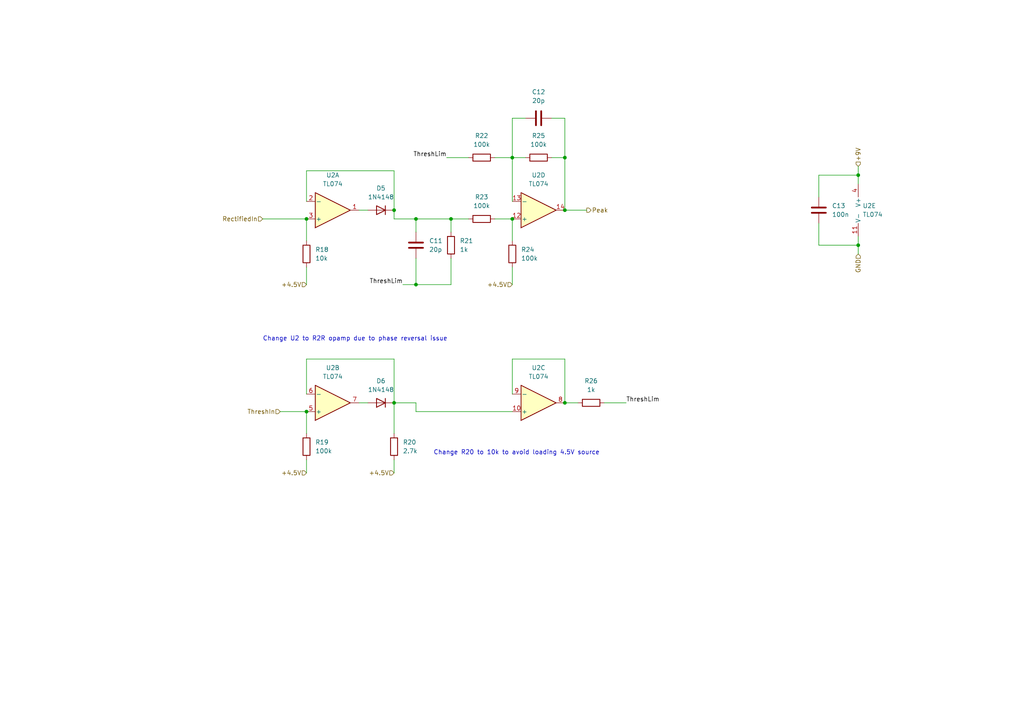
<source format=kicad_sch>
(kicad_sch (version 20211123) (generator eeschema)
  (paper "A4")
  (lib_symbols
    (symbol "Amplifier_Operational:TL074" (pin_names (offset 0.127))
      (property "Reference" "U" (at 0 5.08 0))
      (property "Value" "TL074" (at 0 -5.08 0))
      (symbol "TL074_1_1"
        (polyline (pts (xy -5.08 5.08) (xy 5.08 0) (xy -5.08 -5.08) (xy -5.08 5.08)) (stroke (width 0.254)) (fill (type background)))
        (pin output line (at 7.62 0 180) (length 2.54) (name "~") (number "1"))
        (pin input line (at -7.62 -2.54 0) (length 2.54) (name "-") (number "2"))
        (pin input line (at -7.62 2.54 0) (length 2.54) (name "+") (number "3"))
      )
      (symbol "TL074_2_1"
        (polyline (pts (xy -5.08 5.08) (xy 5.08 0) (xy -5.08 -5.08) (xy -5.08 5.08)) (stroke (width 0.254)) (fill (type background)))
        (pin input line (at -7.62 2.54 0) (length 2.54) (name "+") (number "5"))
        (pin input line (at -7.62 -2.54 0) (length 2.54) (name "-") (number "6"))
        (pin output line (at 7.62 0 180) (length 2.54) (name "~") (number "7"))
      )
      (symbol "TL074_3_1"
        (polyline (pts (xy -5.08 5.08) (xy 5.08 0) (xy -5.08 -5.08) (xy -5.08 5.08)) (stroke (width 0.254)) (fill (type background)))
        (pin input line (at -7.62 2.54 0) (length 2.54) (name "+") (number "10"))
        (pin output line (at 7.62 0 180) (length 2.54) (name "~") (number "8"))
        (pin input line (at -7.62 -2.54 0) (length 2.54) (name "-") (number "9"))
      )
      (symbol "TL074_4_1"
        (polyline (pts (xy -5.08 5.08) (xy 5.08 0) (xy -5.08 -5.08) (xy -5.08 5.08)) (stroke (width 0.254)) (fill (type background)))
        (pin input line (at -7.62 2.54 0) (length 2.54) (name "+") (number "12"))
        (pin input line (at -7.62 -2.54 0) (length 2.54) (name "-") (number "13"))
        (pin output line (at 7.62 0 180) (length 2.54) (name "~") (number "14"))
      )
      (symbol "TL074_5_1"
        (pin power_in line (at -2.54 -7.62 90) (length 3.81) (name "V-") (number "11"))
        (pin power_in line (at -2.54 7.62 270) (length 3.81) (name "V+") (number "4"))
      )
    )
    (symbol "Device:C" (pin_numbers hide) (pin_names (offset 0.254))
      (property "Reference" "C" (at 0.635 2.54 0))
      (property "Value" "C" (at 0.635 -2.54 0))
      (symbol "C_0_1"
        (polyline (pts (xy -2.032 -0.762) (xy 2.032 -0.762)) (stroke (width 0.508)))
        (polyline (pts (xy -2.032 0.762) (xy 2.032 0.762)) (stroke (width 0.508)))
      )
      (symbol "C_1_1"
        (pin passive line (at 0 3.81 270) (length 2.794) (name "~") (number "1"))
        (pin passive line (at 0 -3.81 90) (length 2.794) (name "~") (number "2"))
      )
    )
    (symbol "Device:D" (pin_numbers hide) (pin_names (offset 1.016) hide)
      (property "Reference" "D" (at 0 2.54 0))
      (property "Value" "D" (at 0 -2.54 0))
      (symbol "D_0_1"
        (polyline (pts (xy -1.27 1.27) (xy -1.27 -1.27)) (stroke (width 0.254)))
        (polyline (pts (xy 1.27 0) (xy -1.27 0)))
        (polyline (pts (xy 1.27 1.27) (xy 1.27 -1.27) (xy -1.27 0) (xy 1.27 1.27)) (stroke (width 0.254)))
      )
      (symbol "D_1_1"
        (pin passive line (at -3.81 0 0) (length 2.54) (name "K") (number "1"))
        (pin passive line (at 3.81 0 180) (length 2.54) (name "A") (number "2"))
      )
    )
    (symbol "Device:R" (pin_numbers hide) (pin_names (offset 0))
      (property "Reference" "R" (at 2.032 0 90))
      (property "Value" "R" (at 0 0 90))
      (symbol "R_0_1"
        (rectangle (start -1.016 -2.54) (end 1.016 2.54) (stroke (width 0.254)))
      )
      (symbol "R_1_1"
        (pin passive line (at 0 3.81 270) (length 1.27) (name "~") (number "1"))
        (pin passive line (at 0 -3.81 90) (length 1.27) (name "~") (number "2"))
      )
    )
  )
  (junction (at 148.59 45.72))
  (junction (at 114.3 116.84))
  (junction (at 120.65 63.5))
  (junction (at 248.92 71.12))
  (junction (at 248.92 50.8))
  (junction (at 114.3 60.96))
  (junction (at 148.59 63.5))
  (junction (at 163.83 116.84))
  (junction (at 88.9 119.38))
  (junction (at 120.65 82.55))
  (junction (at 88.9 63.5))
  (junction (at 163.83 45.72))
  (junction (at 163.83 60.96))
  (junction (at 130.81 63.5))
  (wire (pts (xy 114.3 49.53) (xy 114.3 60.96)))
  (wire (pts (xy 148.59 114.3) (xy 148.59 104.14)))
  (wire (pts (xy 114.3 63.5) (xy 120.65 63.5)))
  (wire (pts (xy 104.14 60.96) (xy 106.68 60.96)))
  (wire (pts (xy 148.59 45.72) (xy 152.4 45.72)))
  (wire (pts (xy 114.3 133.35) (xy 114.3 137.16)))
  (wire (pts (xy 152.4 34.29) (xy 148.59 34.29)))
  (wire (pts (xy 88.9 58.42) (xy 88.9 49.53)))
  (wire (pts (xy 163.83 116.84) (xy 167.64 116.84)))
  (wire (pts (xy 248.92 50.8) (xy 248.92 53.34)))
  (wire (pts (xy 104.14 116.84) (xy 106.68 116.84)))
  (wire (pts (xy 148.59 104.14) (xy 163.83 104.14)))
  (wire (pts (xy 175.26 116.84) (xy 181.61 116.84)))
  (wire (pts (xy 160.02 34.29) (xy 163.83 34.29)))
  (wire (pts (xy 163.83 104.14) (xy 163.83 116.84)))
  (wire (pts (xy 148.59 63.5) (xy 148.59 69.85)))
  (wire (pts (xy 120.65 119.38) (xy 148.59 119.38)))
  (wire (pts (xy 129.54 45.72) (xy 135.89 45.72)))
  (wire (pts (xy 143.51 45.72) (xy 148.59 45.72)))
  (wire (pts (xy 120.65 116.84) (xy 120.65 119.38)))
  (wire (pts (xy 237.49 57.15) (xy 237.49 50.8)))
  (wire (pts (xy 148.59 77.47) (xy 148.59 82.55)))
  (wire (pts (xy 148.59 34.29) (xy 148.59 45.72)))
  (wire (pts (xy 130.81 63.5) (xy 135.89 63.5)))
  (wire (pts (xy 120.65 82.55) (xy 130.81 82.55)))
  (wire (pts (xy 120.65 74.93) (xy 120.65 82.55)))
  (wire (pts (xy 88.9 49.53) (xy 114.3 49.53)))
  (wire (pts (xy 88.9 77.47) (xy 88.9 82.55)))
  (wire (pts (xy 81.28 119.38) (xy 88.9 119.38)))
  (wire (pts (xy 237.49 50.8) (xy 248.92 50.8)))
  (wire (pts (xy 88.9 119.38) (xy 88.9 125.73)))
  (wire (pts (xy 130.81 67.31) (xy 130.81 63.5)))
  (wire (pts (xy 248.92 71.12) (xy 248.92 73.66)))
  (wire (pts (xy 148.59 58.42) (xy 148.59 45.72)))
  (wire (pts (xy 120.65 63.5) (xy 120.65 67.31)))
  (wire (pts (xy 88.9 114.3) (xy 88.9 104.14)))
  (wire (pts (xy 88.9 133.35) (xy 88.9 137.16)))
  (wire (pts (xy 114.3 116.84) (xy 120.65 116.84)))
  (wire (pts (xy 114.3 116.84) (xy 114.3 125.73)))
  (wire (pts (xy 88.9 104.14) (xy 114.3 104.14)))
  (wire (pts (xy 130.81 82.55) (xy 130.81 74.93)))
  (wire (pts (xy 116.84 82.55) (xy 120.65 82.55)))
  (wire (pts (xy 114.3 60.96) (xy 114.3 63.5)))
  (wire (pts (xy 237.49 71.12) (xy 248.92 71.12)))
  (wire (pts (xy 163.83 45.72) (xy 163.83 60.96)))
  (wire (pts (xy 163.83 34.29) (xy 163.83 45.72)))
  (wire (pts (xy 160.02 45.72) (xy 163.83 45.72)))
  (wire (pts (xy 143.51 63.5) (xy 148.59 63.5)))
  (wire (pts (xy 76.2 63.5) (xy 88.9 63.5)))
  (wire (pts (xy 114.3 104.14) (xy 114.3 116.84)))
  (wire (pts (xy 237.49 64.77) (xy 237.49 71.12)))
  (wire (pts (xy 248.92 48.26) (xy 248.92 50.8)))
  (wire (pts (xy 248.92 68.58) (xy 248.92 71.12)))
  (wire (pts (xy 88.9 63.5) (xy 88.9 69.85)))
  (wire (pts (xy 130.81 63.5) (xy 120.65 63.5)))
  (wire (pts (xy 163.83 60.96) (xy 170.18 60.96)))
  (text "Change U2 to R2R opamp due to phase reversal issue" (at 76.2 99.06 0) (effects (font (size 1.27 1.27)) (justify left bottom)))
  (text "Change R20 to 10k to avoid loading 4.5V source" (at 125.73 132.08 0) (effects (font (size 1.27 1.27)) (justify left bottom)))
  (label "ThreshLim" (at 116.84 82.55 180))
  (label "ThreshLim" (at 181.61 116.84 0))
  (label "ThreshLim" (at 129.54 45.72 180))
  (hierarchical_label "+9V" (shape input) (at 248.92 48.26 90))
  (hierarchical_label "Peak" (shape output) (at 170.18 60.96 0))
  (hierarchical_label "ThreshIn" (shape input) (at 81.28 119.38 180))
  (hierarchical_label "RectifiedIn" (shape input) (at 76.2 63.5 180))
  (hierarchical_label "+4.5V" (shape input) (at 88.9 82.55 180))
  (hierarchical_label "+4.5V" (shape input) (at 114.3 137.16 180))
  (hierarchical_label "+4.5V" (shape input) (at 148.59 82.55 180))
  (hierarchical_label "GND" (shape input) (at 248.92 73.66 270))
  (hierarchical_label "+4.5V" (shape input) (at 88.9 137.16 180))
  (symbol (lib_id "Amplifier_Operational:TL074") (at 156.21 116.84 0) (mirror x) (unit 3)
    (property "Reference" "U2" (at 156.21 106.68 0))
    (property "Value" "TL074" (at 156.21 109.22 0))
    (property "Footprint" "Package_SO:SOIC-14_3.9x8.7mm_P1.27mm" (effects hide))
    (property "Datasheet" "http://www.ti.com/lit/ds/symlink/tl071.pdf" (effects hide))
    (property "LCSC" "C6963" (effects hide))
  )
  (symbol (lib_id "Device:D") (at 110.49 116.84 180) (unit 1)
    (property "Reference" "D6" (at 110.49 110.49 0))
    (property "Value" "1N4148" (at 110.49 113.03 0))
    (property "Footprint" "Diode_SMD:D_SOD-123" (effects hide))
    (property "LCSC" "C81598" (effects hide))
  )
  (symbol (lib_id "Amplifier_Operational:TL074") (at 251.46 60.96 0) (unit 5)
    (property "Reference" "U2" (at 250.19 59.6899 0) (effects (justify left)))
    (property "Value" "TL074" (at 250.19 62.2299 0) (effects (justify left)))
    (property "Footprint" "Package_SO:SOIC-14_3.9x8.7mm_P1.27mm" (effects hide))
    (property "Datasheet" "http://www.ti.com/lit/ds/symlink/tl071.pdf" (effects hide))
    (property "LCSC" "C6963" (effects hide))
  )
  (symbol (lib_id "Device:C") (at 156.21 34.29 90) (unit 1)
    (property "Reference" "C12" (at 156.21 26.67 90))
    (property "Value" "20p" (at 156.21 29.21 90))
    (property "Footprint" "Capacitor_SMD:C_0603_1608Metric_Pad1.08x0.95mm_HandSolder" (effects hide))
    (property "LCSC" "C376774" (effects hide))
  )
  (symbol (lib_id "Device:D") (at 110.49 60.96 180) (unit 1)
    (property "Reference" "D5" (at 110.49 54.61 0))
    (property "Value" "1N4148" (at 110.49 57.15 0))
    (property "Footprint" "Diode_SMD:D_SOD-123" (effects hide))
    (property "LCSC" "C81598" (effects hide))
  )
  (symbol (lib_id "Device:R") (at 139.7 63.5 90) (unit 1)
    (property "Reference" "R23" (at 139.7 57.15 90))
    (property "Value" "100k" (at 139.7 59.69 90))
    (property "Footprint" "Resistor_SMD:R_0603_1608Metric_Pad0.98x0.95mm_HandSolder" (effects hide))
    (property "LCSC" "C25803" (effects hide))
  )
  (symbol (lib_id "Device:R") (at 156.21 45.72 90) (unit 1)
    (property "Reference" "R25" (at 156.21 39.37 90))
    (property "Value" "100k" (at 156.21 41.91 90))
    (property "Footprint" "Resistor_SMD:R_0603_1608Metric_Pad0.98x0.95mm_HandSolder" (effects hide))
    (property "LCSC" "C25803" (effects hide))
  )
  (symbol (lib_id "Device:C") (at 120.65 71.12 0) (unit 1)
    (property "Reference" "C11" (at 124.46 69.8499 0) (effects (justify left)))
    (property "Value" "20p" (at 124.46 72.3899 0) (effects (justify left)))
    (property "Footprint" "Capacitor_SMD:C_0603_1608Metric_Pad1.08x0.95mm_HandSolder" (effects hide))
    (property "LCSC" "C376774" (effects hide))
  )
  (symbol (lib_id "Device:R") (at 88.9 129.54 0) (unit 1)
    (property "Reference" "R19" (at 91.44 128.2699 0) (effects (justify left)))
    (property "Value" "100k" (at 91.44 130.8099 0) (effects (justify left)))
    (property "Footprint" "Resistor_SMD:R_0603_1608Metric_Pad0.98x0.95mm_HandSolder" (effects hide))
    (property "LCSC" "C25803" (effects hide))
  )
  (symbol (lib_id "Device:R") (at 130.81 71.12 0) (unit 1)
    (property "Reference" "R21" (at 133.35 69.8499 0) (effects (justify left)))
    (property "Value" "1k" (at 133.35 72.3899 0) (effects (justify left)))
    (property "Footprint" "Resistor_SMD:R_0603_1608Metric_Pad0.98x0.95mm_HandSolder" (effects hide))
    (property "LCSC" "C21190" (effects hide))
  )
  (symbol (lib_id "Amplifier_Operational:TL074") (at 96.52 60.96 0) (mirror x) (unit 1)
    (property "Reference" "U2" (at 96.52 50.8 0))
    (property "Value" "TL074" (at 96.52 53.34 0))
    (property "Footprint" "Package_SO:SOIC-14_3.9x8.7mm_P1.27mm" (effects hide))
    (property "Datasheet" "http://www.ti.com/lit/ds/symlink/tl071.pdf" (effects hide))
    (property "LCSC" "C6963" (effects hide))
  )
  (symbol (lib_id "Device:R") (at 171.45 116.84 90) (unit 1)
    (property "Reference" "R26" (at 171.45 110.49 90))
    (property "Value" "1k" (at 171.45 113.03 90))
    (property "Footprint" "Resistor_SMD:R_0603_1608Metric_Pad0.98x0.95mm_HandSolder" (effects hide))
    (property "LCSC" "C21190" (effects hide))
  )
  (symbol (lib_id "Device:R") (at 148.59 73.66 180) (unit 1)
    (property "Reference" "R24" (at 151.13 72.3899 0) (effects (justify right)))
    (property "Value" "100k" (at 151.13 74.9299 0) (effects (justify right)))
    (property "Footprint" "Resistor_SMD:R_0603_1608Metric_Pad0.98x0.95mm_HandSolder" (effects hide))
    (property "LCSC" "C25803" (effects hide))
  )
  (symbol (lib_id "Device:R") (at 139.7 45.72 90) (unit 1)
    (property "Reference" "R22" (at 139.7 39.37 90))
    (property "Value" "100k" (at 139.7 41.91 90))
    (property "Footprint" "Resistor_SMD:R_0603_1608Metric_Pad0.98x0.95mm_HandSolder" (effects hide))
    (property "LCSC" "C25803" (effects hide))
  )
  (symbol (lib_id "Amplifier_Operational:TL074") (at 96.52 116.84 0) (mirror x) (unit 2)
    (property "Reference" "U2" (at 96.52 106.68 0))
    (property "Value" "TL074" (at 96.52 109.22 0))
    (property "Footprint" "Package_SO:SOIC-14_3.9x8.7mm_P1.27mm" (effects hide))
    (property "Datasheet" "http://www.ti.com/lit/ds/symlink/tl071.pdf" (effects hide))
    (property "LCSC" "C6963" (effects hide))
  )
  (symbol (lib_id "Device:C") (at 237.49 60.96 0) (unit 1)
    (property "Reference" "C13" (at 241.3 59.6899 0) (effects (justify left)))
    (property "Value" "100n" (at 241.3 62.2299 0) (effects (justify left)))
    (property "Footprint" "Capacitor_SMD:C_0603_1608Metric_Pad1.08x0.95mm_HandSolder" (effects hide))
    (property "LCSC" "C76711" (effects hide))
  )
  (symbol (lib_id "Amplifier_Operational:TL074") (at 156.21 60.96 0) (mirror x) (unit 4)
    (property "Reference" "U2" (at 156.21 50.8 0))
    (property "Value" "TL074" (at 156.21 53.34 0))
    (property "Footprint" "Package_SO:SOIC-14_3.9x8.7mm_P1.27mm" (effects hide))
    (property "Datasheet" "http://www.ti.com/lit/ds/symlink/tl071.pdf" (effects hide))
    (property "LCSC" "C6963" (effects hide))
  )
  (symbol (lib_id "Device:R") (at 88.9 73.66 0) (unit 1)
    (property "Reference" "R18" (at 91.44 72.3899 0) (effects (justify left)))
    (property "Value" "10k" (at 91.44 74.9299 0) (effects (justify left)))
    (property "Footprint" "Resistor_SMD:R_0603_1608Metric_Pad0.98x0.95mm_HandSolder" (effects hide))
    (property "LCSC" "C25804" (effects hide))
  )
  (symbol (lib_id "Device:R") (at 114.3 129.54 0) (unit 1)
    (property "Reference" "R20" (at 116.84 128.2699 0) (effects (justify left)))
    (property "Value" "2.7k" (at 116.84 130.8099 0) (effects (justify left)))
    (property "Footprint" "Resistor_SMD:R_0603_1608Metric_Pad0.98x0.95mm_HandSolder" (effects hide))
    (property "LCSC" "C13167" (effects hide))
  )
)
</source>
